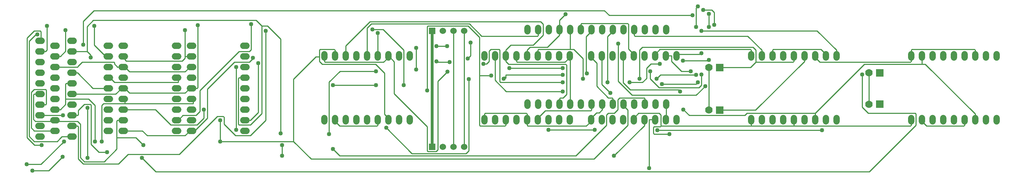
<source format=gbr>
G04 start of page 3 for group 5 idx 5 *
G04 Title: (unknown), bottom *
G04 Creator: pcb 20110918 *
G04 CreationDate: Fri 10 Jan 2014 09:42:05 PM GMT UTC *
G04 For: vince *
G04 Format: Gerber/RS-274X *
G04 PCB-Dimensions: 1000000 160000 *
G04 PCB-Coordinate-Origin: lower left *
%MOIN*%
%FSLAX25Y25*%
%LNBOTTOM*%
%ADD32C,0.0380*%
%ADD31C,0.1250*%
%ADD30C,0.0280*%
%ADD29C,0.0350*%
%ADD28C,0.0200*%
%ADD27C,0.0400*%
%ADD26C,0.0700*%
%ADD25C,0.0001*%
%ADD24C,0.0600*%
%ADD23C,0.0250*%
%ADD22C,0.0100*%
G54D22*X813500Y93500D02*Y62750D01*
X869500Y103000D02*X819500D01*
X869500Y109500D02*Y103000D01*
X859500Y105750D02*X858750Y105000D01*
X859500Y109500D02*Y105750D01*
X819500Y103000D02*X815500D01*
X869500D02*X819500D01*
X860250Y117000D02*X859500Y116250D01*
Y112500D01*
X815500Y103000D02*X769500Y57000D01*
X813500Y62750D02*X819250Y57000D01*
X709500Y49500D02*Y45000D01*
X749500D02*X729500D01*
X709500D01*
X769500Y57000D02*Y49500D01*
X749500D02*Y45000D01*
X729500D01*
X769500Y57000D02*Y52500D01*
X863250Y57000D02*X819250D01*
X858750Y45000D02*X749500D01*
X858750Y105000D02*X774000D01*
X759500Y105750D02*X713750Y60000D01*
X748750Y105000D02*X714000D01*
X769500Y111000D02*Y109500D01*
X774000Y105000D02*X769500Y109500D01*
X789500Y116250D02*X771250Y134500D01*
X789500Y116250D02*Y109500D01*
X775000Y117000D02*X779500Y112500D01*
X775000Y117000D02*X730250D01*
X729500Y116250D01*
X749500Y105750D02*X748750Y105000D01*
X749500Y109500D02*Y105750D01*
X729500Y116250D02*Y109500D01*
X714000D02*Y105000D01*
X719500Y116250D02*Y112500D01*
X779500D02*Y111000D01*
X919500Y56250D02*X872750Y103000D01*
X869500D01*
X919500Y49500D02*Y56250D01*
X909500Y45750D02*X908750Y45000D01*
X909500Y49500D02*Y45750D01*
X919500Y116250D02*X918750Y117000D01*
X919500Y116250D02*Y109500D01*
X864000Y56250D02*X863250Y57000D01*
X864000Y56250D02*Y45750D01*
X859500D02*X858750Y45000D01*
X859500Y49500D02*Y45750D01*
X869500Y51000D02*Y49500D01*
X874000Y45000D02*X869500Y49500D01*
X908750Y45000D02*X874000D01*
X918750Y117000D02*X860250D01*
X714000Y109500D02*Y105000D01*
Y116250D02*Y109500D01*
X709500Y116250D02*X708750Y117000D01*
X709500Y116250D02*Y109500D01*
X706250Y129500D02*X719500Y116250D01*
X623250Y81000D02*X615000Y89250D01*
X658000Y74000D02*X598000D01*
X611500Y89750D02*X607750Y86000D01*
X609250Y71500D02*X610000Y70750D01*
X615750Y103500D02*X611500Y99250D01*
X624000Y103500D02*X615750D01*
X635000Y105750D02*X644250Y96500D01*
X611500Y99250D02*Y89750D01*
X615000Y89250D02*Y96500D01*
X605000Y116250D02*Y89500D01*
X672750Y154000D02*X675000Y151750D01*
X672750Y154000D02*X664500D01*
X659500Y157500D02*X658000Y156000D01*
Y138000D01*
X675000Y151750D02*Y140000D01*
X706250Y129500D02*X600750D01*
X624000Y117000D02*X619500Y112500D01*
Y111000D01*
X663000Y113500D02*X662000Y112500D01*
X639500D01*
X708750Y117000D02*X624000D01*
X711250Y119000D02*X607750D01*
X635000Y111000D02*X629500D01*
X635000D02*Y105750D01*
X623250Y81000D02*X660750D01*
X666500Y82500D02*X658000Y74000D01*
X651500Y55000D02*X646000Y60500D01*
X625000Y55250D02*X623250Y57000D01*
X660750Y81000D02*X663000Y83250D01*
X713750Y60000D02*X680000D01*
X663000Y93500D02*Y83250D01*
X659500Y86000D02*X658000Y84500D01*
X653000Y96500D02*X644250D01*
X709000Y100000D02*X680000D01*
X709500Y45000D02*X625000D01*
X703750Y55000D02*X705000Y56250D01*
X658000Y84500D02*X626000D01*
X609500Y49500D02*Y45500D01*
X610000Y70750D02*Y67000D01*
X625000Y55250D02*Y51000D01*
X630000Y52500D02*X629500D01*
X625000Y51000D02*Y45000D01*
X630000Y52500D02*X629500Y51000D01*
X630000Y49500D01*
X629500D01*
X623250Y57000D02*X604000D01*
X759500Y109500D02*Y105750D01*
X820000Y95000D02*Y65500D01*
X670000Y100000D02*Y60000D01*
X651500Y55000D02*X703750D01*
X705750Y57000D02*X705000Y56250D01*
X769500Y57000D02*X705750D01*
X864000Y45750D02*X820250Y2000D01*
X633000Y37500D02*X618750D01*
X776000Y41000D02*X621500D01*
X607750Y119000D02*X605000Y116250D01*
X714000D02*X711250Y119000D01*
X714000Y105000D02*X709000Y100000D01*
X624500Y93000D02*X621000Y89500D01*
X658000Y93000D02*X624500D01*
X771250Y134500D02*X663000D01*
X618000Y38250D02*X618750Y37500D01*
Y44500D02*X618000Y43750D01*
X624500Y44500D02*X618750D01*
X514500Y140750D02*Y130250D01*
X550000Y140750D02*Y134000D01*
X530000Y144500D02*Y137000D01*
X536500Y102250D02*X535750Y103000D01*
X536500Y102250D02*Y74750D01*
X533250Y71500D02*X530750D01*
X536500Y74750D02*X533250Y71500D01*
X555000Y129000D02*Y95000D01*
X540000Y125500D02*Y117000D01*
Y125500D02*Y117000D01*
X530000Y130250D02*X518750Y119000D01*
X543250Y117000D02*X540000D01*
X550750Y141500D02*X550000Y140750D01*
X552000Y108250D02*X543250Y117000D01*
X552000Y108250D02*Y89500D01*
X619500Y51000D02*X614000D01*
Y5500D01*
X625000Y51000D02*Y45000D01*
X624500Y44500D01*
X618000Y43750D02*Y38250D01*
X604000Y57000D02*X599500Y52500D01*
X580000Y70750D02*Y64000D01*
X599500Y52500D02*Y51000D01*
X593250Y45000D02*X577500Y29250D01*
X594000Y60000D02*Y45750D01*
X574000D02*X545250Y17000D01*
X559500Y51000D02*Y49500D01*
X555000Y45000D01*
X567250Y57500D02*X564500D01*
X575750Y57000D02*X574000Y55250D01*
X609500Y45500D02*X581000Y17000D01*
X609250Y71500D02*X586250D01*
X596250Y79000D02*X589500Y85750D01*
X579250Y71500D02*X575750D01*
X607750Y86000D02*X595500D01*
X565000Y82250D02*X575750Y71500D01*
X575000Y129000D02*Y86000D01*
X599500Y112500D02*X594500Y117500D01*
X565000Y104000D02*X559500Y109500D01*
X565000Y104000D02*Y82250D01*
X585000Y87000D02*X598000Y74000D01*
X580000Y134000D02*X575000Y129000D01*
X560000Y134000D02*X555000Y129000D01*
X600000Y134000D02*Y130250D01*
X600750Y129500D02*X600000Y130250D01*
X594500Y140750D02*Y117500D01*
X555000Y95000D02*X555500Y94500D01*
X530000Y70750D02*Y67000D01*
X564500Y57500D02*X559500Y52500D01*
X570000Y60250D02*X567250Y57500D01*
X530750Y71500D02*X530000Y70750D01*
X559250Y59500D02*X516500D01*
X580000Y70750D02*X579250Y71500D01*
X584500Y60250D02*X581250Y57000D01*
X586250Y71500D02*X584500Y69750D01*
X352250Y143000D02*X329500Y120250D01*
X359500Y132250D02*Y109500D01*
X349500Y137000D02*Y109500D01*
X329500Y112500D02*Y111000D01*
X353500Y141000D02*X349500Y137000D01*
X329500Y120250D02*Y112500D01*
X384000Y116250D02*X364500Y135750D01*
X375000Y105500D02*X369500Y111000D01*
Y109500D01*
X365000Y105000D01*
X364500Y135750D02*X354500D01*
X245750Y144250D02*X251000Y139000D01*
X256250D02*X268500Y126750D01*
X256250Y139000D02*X251000D01*
X177000Y55000D02*X172500Y50500D01*
X94500Y64500D02*Y30500D01*
X193000Y58750D02*X189250Y55000D01*
X200000Y52500D02*X188000Y40500D01*
X229750Y115000D02*X193000Y78250D01*
X241000Y116750D02*X239250Y115000D01*
X247500Y57750D02*X240250Y50500D01*
X251000Y56750D02*X240250Y46000D01*
X254500Y50250D02*X240250Y36000D01*
X445500Y141000D02*X353500D01*
X444250Y139000D02*X406750D01*
X245750Y144250D02*X93000D01*
X179000Y123375D02*Y110500D01*
Y108750D02*X176250Y106000D01*
X179000Y135000D02*Y123375D01*
Y110500D02*Y108750D01*
X186500Y110500D02*X179000D01*
X176250Y106000D02*X124000D01*
X94000Y121000D02*X102500Y112500D01*
X305000Y110000D02*X301750D01*
X305000Y116250D02*Y110000D01*
X305750Y117000D02*X305000Y116250D01*
X318750Y117000D02*X305750D01*
X314000Y86250D02*Y37500D01*
X319500Y116250D02*X318750Y117000D01*
X319500Y116250D02*Y109500D01*
X309500D02*Y105750D01*
X310250Y105000D02*X309500Y105750D01*
X324000Y17000D02*X317500Y23500D01*
X367500Y43500D02*Y43250D01*
X358000Y96500D02*X324250D01*
X357750Y103000D02*X366000Y94750D01*
X324000Y45000D02*X319500Y49500D01*
X358750Y45000D02*X324000D01*
X366000Y94750D02*Y56000D01*
X358000Y83500D02*X317500D01*
X357750Y103000D02*X307750D01*
X365000Y105000D02*X310250D01*
X307750Y103000D02*X305000Y105750D01*
X301750Y110000D02*X280750Y89000D01*
X324250Y96500D02*X314000Y86250D01*
X384000Y116250D02*Y83500D01*
X375000Y105500D02*Y75250D01*
X425000Y96000D02*X416000Y87000D01*
X428250Y105000D02*X427000D01*
X406000Y138250D02*Y78500D01*
X414750Y105750D02*Y105000D01*
Y105750D02*Y105000D01*
Y105750D02*Y105000D01*
X427000D02*X414750D01*
X369500Y52500D02*X366000Y56000D01*
X406000Y44250D02*X393250Y57000D01*
X375000Y75250D02*X393250Y57000D01*
X391750Y19000D02*X367500Y43250D01*
X445000Y21750D02*X442250Y19000D01*
X416000Y87000D02*Y22750D01*
X414250Y21000D02*X406750D01*
X406000Y21750D02*X406750Y21000D01*
X31000Y127750D02*Y34000D01*
X33000Y124750D02*Y35250D01*
X37750Y75000D02*X37000Y74250D01*
X37750Y79500D02*X35000Y76750D01*
X39250Y131000D02*X33000Y124750D01*
X67750Y85000D02*X67000Y84250D01*
X74500Y85000D02*X67750D01*
X67000Y84250D02*Y77750D01*
X62250Y60500D02*X58500D01*
X79000Y55750D02*X78250Y55000D01*
X84750Y65500D02*X79000Y59750D01*
X58500Y100500D02*X57000D01*
X62250Y110500D02*X58500D01*
X48250Y115000D02*X44500D01*
X48250Y79500D02*X37750D01*
X78250Y95000D02*X79000Y94250D01*
X78250Y95000D02*X74500D01*
X80875Y115000D02*X74500D01*
X87250D02*X80875D01*
X79000Y101250D02*X78250Y100500D01*
X82750Y105000D02*X79000Y101250D01*
X37750Y134500D02*X31000Y127750D01*
X44000Y133750D02*Y125000D01*
X106000Y20500D02*X98250D01*
X90250Y65500D02*X91000Y64750D01*
X90250Y65500D02*X84750D01*
X79000Y59750D02*Y55750D01*
X78250Y55000D02*X74500D01*
X78250Y45000D02*X79000Y44250D01*
X78250Y45000D02*X74500D01*
X91000Y64750D02*Y27750D01*
X98250Y20500D02*X91000Y27750D01*
X125500Y18500D02*X116500Y9500D01*
X83500D01*
X103250Y11500D02*X84750D01*
X88500Y70500D02*X94500Y64500D01*
X102750Y66000D02*X101000Y64250D01*
X122500Y66000D02*X111750D01*
X122500Y70500D02*Y66000D01*
X105500Y80500D02*X92750D01*
X108500Y90500D02*X113000Y86000D01*
X90500Y111750D02*X87250Y115000D01*
X93750Y153500D02*X83750Y143500D01*
X115000Y23250D02*X103250Y11500D01*
X93000Y144250D02*X87250Y138500D01*
X44500Y27000D02*X38000D01*
X36000Y3000D02*X51250D01*
X64250Y16000D01*
X65500Y30500D02*X44000Y9000D01*
X30500D01*
X87500Y62000D02*Y15000D01*
X71250Y49500D02*X61500D01*
X58500D01*
X64250Y16000D02*Y15250D01*
X62000Y33250D02*X59250Y30500D01*
X63750Y35000D02*X62000Y33250D01*
X71500Y35000D02*X63750D01*
X81000Y46750D02*Y15250D01*
X84750Y11500D02*X81000Y15250D01*
X83500Y9500D02*X79000Y14000D01*
X59250Y30500D02*X37750D01*
X79000Y44250D02*Y14000D01*
X88500Y70500D02*X67000D01*
Y77750D02*Y70500D01*
Y65250D02*X62250Y60500D01*
X67000Y77750D02*Y70500D01*
Y65250D01*
X58500Y49500D02*X38750D01*
X49000Y65750D02*X48250Y65000D01*
X37000Y51250D02*X38750Y49500D01*
X35000Y76750D02*Y43250D01*
X37750Y40500D02*X35000Y43250D01*
X37000Y74250D02*Y51250D01*
X33000Y35250D02*X37750Y30500D01*
X31000Y34000D02*X38000Y27000D01*
X43250Y134500D02*X44000Y133750D01*
X43250Y134500D02*X37750D01*
X40500Y131000D02*X39250D01*
X49500Y139000D02*Y116250D01*
X67000Y135000D02*Y115250D01*
X87250Y138500D02*Y115000D01*
X94000Y139000D02*Y121000D01*
X87250Y115000D02*X80875D01*
X49500Y116250D02*X48250Y115000D01*
X67000Y115250D02*X62250Y110500D01*
X83750Y143500D02*Y121500D01*
X90500Y111750D02*Y109500D01*
X108500Y112500D02*X102500D01*
X108500D02*Y110500D01*
X122500D02*Y107500D01*
X119500Y100500D02*X115750D01*
X78250D02*X58500D01*
X183500D02*X179000Y96000D01*
X127000D01*
X112250Y105000D02*X113000Y104250D01*
X112250Y105000D02*X82750D01*
X183500Y40500D02*X179000Y36000D01*
X143500D01*
X139000Y40500D02*X143500Y36000D01*
X122500Y40500D02*X139000D01*
X200000Y79750D02*Y52500D01*
X188000Y40500D02*X186500D01*
X71250Y49500D02*X61500D01*
X78250D02*X81000Y46750D01*
X78250Y49500D02*X71250D01*
X115750Y50500D02*X115000Y49750D01*
X122500Y50500D02*X115750D01*
X44500Y75000D02*X37750D01*
X49000Y78750D02*X48250Y79500D01*
X49000Y78750D02*Y65750D01*
X48250Y65000D02*X44500D01*
X61500Y49500D02*X58500D01*
Y50500D02*Y49500D01*
X55500Y40500D02*X37750D01*
X64500Y55000D02*X44500D01*
X58500Y49500D02*Y50500D01*
X57000D01*
X193000Y78250D02*Y58750D01*
X183500Y80500D02*X179000Y76000D01*
X190250Y80500D02*X186500D01*
Y70500D02*Y66000D01*
X247500Y104000D02*Y57750D01*
X240250Y50500D02*X236500D01*
X241000Y140750D02*Y116750D01*
X239250Y115000D02*X229750D01*
X202000Y46750D02*X173750Y18500D01*
X191000Y139750D02*Y81250D01*
X196500Y52250D02*X190250Y46000D01*
X196500Y60500D02*Y52250D01*
X172500Y90500D02*Y86000D01*
X173750Y18500D02*X125500D01*
X115000Y34000D02*Y23250D01*
X133000Y34000D02*X140000Y27000D01*
X133000Y34000D02*X115000D01*
X179000Y76000D02*X127000D01*
X165000Y46750D02*X151250Y60500D01*
X172500Y86000D02*X113000D01*
X186500Y66000D02*X122500D01*
X119500Y80500D02*X114000Y75000D01*
X74500D01*
X115000Y42250D02*Y34000D01*
X92750Y80500D02*X79000Y94250D01*
X240250Y36000D02*X226250D01*
X240250Y46000D02*X229750D01*
X214750Y54000D02*X215500Y53250D01*
X214750Y54000D02*X209250D01*
X202000Y46750D01*
X215500Y53250D02*Y46750D01*
X226250Y36000D02*X215500Y46750D01*
X254500Y134500D02*Y50250D01*
X251000Y139000D02*Y56750D01*
X229750Y90500D02*X229000Y89750D01*
X236500Y90500D02*X229750D01*
X242500Y109000D02*Y108250D01*
X239250Y105000D01*
X227000Y100500D02*Y41500D01*
X239250Y105000D02*X225250D01*
X200000Y79750D01*
X229000Y89750D02*Y46750D01*
X229750Y46000D02*X229000Y46750D01*
X268500Y126750D02*Y38000D01*
X111750Y66000D02*X102750D01*
X122500D02*X111750D01*
X115000Y49750D02*Y42250D01*
X151250Y60500D02*X122500D01*
X127000Y96000D02*X122500Y100500D01*
X113000Y104250D02*Y103250D01*
X115750Y100500D02*X113000Y103250D01*
X124000Y106000D02*X122500Y107500D01*
X127000Y76000D02*X122500Y80500D01*
X101000Y64250D02*Y30500D01*
X190250Y46000D02*X165750D01*
X191000Y81250D02*X190250Y80500D01*
X165000Y46750D02*X165750Y46000D01*
G54D23*X410500Y134500D02*Y25500D01*
G54D22*X430500Y134500D02*Y25500D01*
X440500Y134500D02*Y25500D01*
X442250Y19000D02*X391750D01*
X406000Y44250D02*Y21750D01*
X406750Y139000D02*X406000Y138250D01*
X416000Y22750D02*X414250Y21000D01*
X473250Y117000D02*X474000Y116250D01*
X473250Y117000D02*X465750D01*
X464000Y115250D02*Y105750D01*
X461750Y103500D02*X458500D01*
X464000Y105750D02*X461750Y103500D01*
X465750Y117000D02*X464000Y115250D01*
X445000Y89000D02*Y21750D01*
X455000Y128250D02*X444250Y139000D01*
X455000Y128250D02*Y92500D01*
Y45750D01*
X455750Y45000D02*X455000Y45750D01*
X459500Y56250D02*Y49500D01*
X466000Y92500D02*X455000D01*
X460250Y57000D02*X459500Y56250D01*
X446500Y111000D02*X444000Y108500D01*
X474000Y116250D02*Y86750D01*
X514500Y140750D02*X512250Y143000D01*
X593750Y141500D02*X594500Y140750D01*
X593750Y141500D02*X550750D01*
X510000Y134000D02*Y130250D01*
X540000Y134000D02*Y125500D01*
X530000Y134000D02*Y130250D01*
X585000Y122500D02*Y87000D01*
X569500Y111000D02*Y109500D01*
X535500Y150000D02*X530000Y144500D01*
X540000Y117000D02*X510250D01*
X510000Y130250D02*X509250Y129500D01*
X509500Y116250D02*Y109500D01*
X518750Y119000D02*X502250D01*
X499500Y116250D02*Y109500D01*
X533000Y99500D02*X483000D01*
X502250Y119000D02*X499500Y116250D01*
X510250Y117000D02*X509500Y116250D01*
X514500Y130250D02*X505250Y121000D01*
X535750Y103000D02*X482250D01*
X533000Y93000D02*X479500D01*
X584500Y69750D02*Y60250D01*
X581250Y57000D02*X575750D01*
X574000Y55250D02*Y45750D01*
X577500Y76000D02*X569500Y84000D01*
X594000Y45750D02*X593250Y45000D01*
X590000Y64000D02*X594000Y60000D01*
X563000Y41500D02*X519500D01*
X499500Y56250D02*Y52500D01*
X480000Y77500D02*X533000D01*
X446500Y123500D02*Y111000D01*
X509250Y129500D02*X457000D01*
X484250Y121000D02*X479500Y116250D01*
X445500Y141000D02*X457000Y129500D01*
X479500Y105750D02*X482250Y103000D01*
X469500Y88000D02*X480000Y77500D01*
X474750Y86000D02*X474000Y86750D01*
X469500Y88000D02*Y109500D01*
X479500Y91000D02*X477500Y89500D01*
Y90000D02*X479500D01*
X477500D02*X479500D01*
X477500D01*
X479500Y91000D02*Y90000D01*
X477500Y89500D02*Y90000D01*
Y89500D02*Y90000D01*
Y89500D02*Y90000D01*
X479500Y93000D02*Y91000D01*
X477500D02*X479500D01*
X477500Y90000D02*Y89500D01*
Y90000D02*Y91000D01*
X189250Y55000D02*X177000D01*
X212000Y30500D02*Y50500D01*
X102500Y112500D02*X104500Y110500D01*
X105500D01*
X108500Y112500D02*Y110500D01*
X428250Y105000D02*X427000D01*
X424750Y120000D02*X414750D01*
X395500Y118500D02*Y98000D01*
X572000Y153500D02*X93750D01*
X569500Y109500D02*Y84000D01*
X512250Y143000D02*X352250D01*
X319500Y51000D02*Y49500D01*
X359500Y45750D02*X358750Y45000D01*
X359500Y49500D02*Y45750D01*
X280750Y89000D02*Y30500D01*
X188000Y40500D02*X186500D01*
X185000D01*
X115000Y42250D02*Y34000D01*
X280750Y30500D02*X212000D01*
X108500Y110500D02*X107000D01*
X122500Y107500D02*Y110500D01*
X121000D01*
X305000Y110000D02*Y105750D01*
X179000Y123375D02*Y110500D01*
X479500Y109500D02*Y105750D01*
X505250Y121000D02*X484250D01*
X479500Y116250D02*Y109500D01*
X489500D02*Y105750D01*
X533000Y86000D02*X474750D01*
X490250Y105000D02*X489500Y105750D01*
X535000Y105000D02*X490250D01*
X820250Y2000D02*X151500D01*
X270000Y27000D02*Y17000D01*
X545250D02*X324000D01*
X280750Y30500D02*X297250Y14000D01*
X577500Y29250D02*X562250Y14000D01*
X151500Y2000D02*X138500Y15000D01*
X562250Y14000D02*X297250D01*
X570000Y64000D02*Y60250D01*
X516500Y59500D02*X509500Y52500D01*
X560000Y60250D02*X559250Y59500D01*
X560000Y64000D02*Y60250D01*
X539500Y111000D02*Y109500D01*
X535000Y105000D01*
X540000Y109000D02*X539500Y109500D01*
X540000Y109000D02*Y64000D01*
X572000Y153500D02*X576500Y149000D01*
X654500D02*X576500D01*
X670000Y150500D02*Y138000D01*
Y107000D02*X669500Y106500D01*
X645500D01*
X641500Y79000D02*X643000Y77500D01*
X630000Y64000D02*Y52500D01*
X641500Y79000D02*X596250D01*
X589500Y85750D02*Y109500D01*
X498750Y57000D02*X460250D01*
X479500Y45750D02*X478750Y45000D01*
X479500Y49500D02*Y45750D01*
X478750Y45000D02*X455750D01*
X509500Y52500D02*Y51000D01*
X498750Y57000D02*X499500Y56250D01*
Y49500D02*Y45750D01*
X500250Y45000D02*X499500Y45750D01*
X555000Y45000D02*X500250D01*
G54D24*X121000Y120500D03*
Y110500D03*
Y100500D03*
Y90500D03*
Y80500D03*
Y70500D03*
Y60500D03*
X171000D03*
X121000Y50500D03*
X171000D03*
X121000Y40500D03*
X171000D03*
Y70500D03*
Y80500D03*
Y90500D03*
Y100500D03*
Y110500D03*
Y120500D03*
X185000D03*
Y110500D03*
Y100500D03*
Y90500D03*
Y80500D03*
Y70500D03*
Y60500D03*
Y50500D03*
Y40500D03*
X235000Y110500D03*
Y120500D03*
X57000D03*
X107000D03*
G54D25*G36*
X826500Y69000D02*Y62000D01*
X833500D01*
Y69000D01*
X826500D01*
G37*
G54D26*X820000Y65500D03*
G54D24*X859500Y51000D03*
X869500D03*
X879500D03*
X889500D03*
X899500D03*
X909500D03*
X919500D03*
X929500D03*
X939500D03*
Y111000D03*
X929500D03*
X919500D03*
X909500D03*
X899500D03*
X889500D03*
X879500D03*
X869500D03*
X859500D03*
X709500Y51000D03*
X719500D03*
X729500D03*
X739500D03*
X749500D03*
X759500D03*
X769500D03*
X779500D03*
X789500D03*
G54D25*G36*
X676500Y63500D02*Y56500D01*
X683500D01*
Y63500D01*
X676500D01*
G37*
G54D26*X670000Y60000D03*
G54D24*X789500Y111000D03*
G54D25*G36*
X826500Y98500D02*Y91500D01*
X833500D01*
Y98500D01*
X826500D01*
G37*
G54D26*X820000Y95000D03*
G54D24*X779500Y111000D03*
X769500D03*
X759500D03*
X749500D03*
X739500D03*
X729500D03*
X719500D03*
X709500D03*
G54D25*G36*
X676500Y103500D02*Y96500D01*
X683500D01*
Y103500D01*
X676500D01*
G37*
G54D26*X670000Y100000D03*
G54D24*X309500Y51000D03*
X319500D03*
X329500D03*
X339500D03*
X349500D03*
X359500D03*
X369500D03*
X379500D03*
X389500D03*
G54D25*G36*
X407500Y28500D02*Y22500D01*
X413500D01*
Y28500D01*
X407500D01*
G37*
G54D24*X420500Y25500D03*
X430500D03*
X440500D03*
X235000Y40500D03*
Y50500D03*
Y60500D03*
Y70500D03*
Y80500D03*
Y90500D03*
Y100500D03*
X389500Y111000D03*
X379500D03*
X369500D03*
X359500D03*
X349500D03*
X339500D03*
X329500D03*
X319500D03*
X309500D03*
X57000Y110500D03*
Y100500D03*
Y90500D03*
Y80500D03*
Y70500D03*
Y60500D03*
Y50500D03*
Y40500D03*
X43000Y35000D03*
Y45000D03*
Y55000D03*
Y65000D03*
Y75000D03*
Y85000D03*
Y95000D03*
Y105000D03*
Y115000D03*
Y125000D03*
X107000Y40500D03*
Y50500D03*
Y60500D03*
Y70500D03*
Y80500D03*
Y90500D03*
Y100500D03*
Y110500D03*
X73000Y125000D03*
Y115000D03*
Y105000D03*
Y95000D03*
Y85000D03*
Y75000D03*
Y65000D03*
Y55000D03*
Y45000D03*
Y35000D03*
G54D25*G36*
X407500Y137500D02*Y131500D01*
X413500D01*
Y137500D01*
X407500D01*
G37*
G54D24*X420500Y134500D03*
X430500D03*
X440500D03*
X500000Y135500D03*
X510000D03*
X520000D03*
X530000D03*
X540000D03*
X550000D03*
X560000D03*
X570000D03*
X580000D03*
X590000D03*
X600000D03*
X610000D03*
X620000D03*
X630000D03*
X639500Y111000D03*
X629500D03*
X619500D03*
X630000Y65500D03*
X620000D03*
X610000D03*
X600000D03*
X590000D03*
X580000D03*
X570000D03*
X569500Y51000D03*
X579500D03*
X560000Y65500D03*
X559500Y51000D03*
X589500D03*
X599500D03*
X609500D03*
X619500D03*
X629500D03*
X639500D03*
X550000Y65500D03*
X540000D03*
X530000D03*
X520000D03*
X510000D03*
X500000D03*
X459500Y51000D03*
X469500D03*
X479500D03*
X489500D03*
X499500D03*
X509500D03*
X519500D03*
X529500D03*
X539500D03*
X609500Y111000D03*
X599500D03*
X589500D03*
X579500D03*
X569500D03*
X559500D03*
X539500D03*
X529500D03*
X519500D03*
X509500D03*
X499500D03*
X489500D03*
X479500D03*
X469500D03*
X459500D03*
X119500Y60500D02*X122500D01*
X119500Y50500D02*X122500D01*
X119500Y40500D02*X122500D01*
X105500D02*X108500D01*
X105500Y50500D02*X108500D01*
X119500Y100500D02*X122500D01*
X119500Y90500D02*X122500D01*
X119500Y120500D02*X122500D01*
X119500Y110500D02*X122500D01*
X119500Y80500D02*X122500D01*
X119500Y70500D02*X122500D01*
X105500Y60500D02*X108500D01*
X105500Y70500D02*X108500D01*
X105500Y80500D02*X108500D01*
X105500Y90500D02*X108500D01*
X105500Y100500D02*X108500D01*
X105500Y110500D02*X108500D01*
X105500Y120500D02*X108500D01*
X309500Y52500D02*Y49500D01*
X319500Y52500D02*Y49500D01*
X329500Y52500D02*Y49500D01*
X339500Y52500D02*Y49500D01*
X349500Y52500D02*Y49500D01*
X359500Y52500D02*Y49500D01*
X369500Y52500D02*Y49500D01*
X379500Y52500D02*Y49500D01*
X389500Y52500D02*Y49500D01*
Y112500D02*Y109500D01*
X379500Y112500D02*Y109500D01*
X369500Y112500D02*Y109500D01*
X359500Y112500D02*Y109500D01*
X349500Y112500D02*Y109500D01*
X339500Y112500D02*Y109500D01*
X329500Y112500D02*Y109500D01*
X319500Y112500D02*Y109500D01*
X309500Y112500D02*Y109500D01*
X169500Y40500D02*X172500D01*
X169500Y50500D02*X172500D01*
X169500Y60500D02*X172500D01*
X169500Y90500D02*X172500D01*
X169500Y100500D02*X172500D01*
X169500Y110500D02*X172500D01*
X183500D02*X186500D01*
X169500Y120500D02*X172500D01*
X183500D02*X186500D01*
X183500Y100500D02*X186500D01*
X183500Y90500D02*X186500D01*
X169500Y70500D02*X172500D01*
X169500Y80500D02*X172500D01*
X183500D02*X186500D01*
X183500Y70500D02*X186500D01*
X183500Y60500D02*X186500D01*
X183500Y50500D02*X186500D01*
X183500Y40500D02*X186500D01*
X233500D02*X236500D01*
X233500Y50500D02*X236500D01*
X233500Y60500D02*X236500D01*
X233500Y70500D02*X236500D01*
X233500Y80500D02*X236500D01*
X233500Y90500D02*X236500D01*
X233500Y100500D02*X236500D01*
X233500Y110500D02*X236500D01*
X233500Y120500D02*X236500D01*
X55500D02*X58500D01*
X55500Y110500D02*X58500D01*
X71500Y125000D02*X74500D01*
X71500Y115000D02*X74500D01*
X55500Y80500D02*X58500D01*
X55500Y70500D02*X58500D01*
X55500Y60500D02*X58500D01*
X55500Y50500D02*X58500D01*
X55500Y40500D02*X58500D01*
X41500Y35000D02*X44500D01*
X41500Y45000D02*X44500D01*
X41500Y55000D02*X44500D01*
X41500Y65000D02*X44500D01*
X41500Y75000D02*X44500D01*
X41500Y85000D02*X44500D01*
X41500Y95000D02*X44500D01*
X41500Y105000D02*X44500D01*
X41500Y115000D02*X44500D01*
X41500Y125000D02*X44500D01*
X55500Y100500D02*X58500D01*
X55500Y90500D02*X58500D01*
X71500Y105000D02*X74500D01*
X71500Y95000D02*X74500D01*
X71500Y85000D02*X74500D01*
X71500Y75000D02*X74500D01*
X71500Y65000D02*X74500D01*
X71500Y55000D02*X74500D01*
X71500Y45000D02*X74500D01*
X71500Y35000D02*X74500D01*
X859500Y52500D02*Y49500D01*
X869500Y52500D02*Y49500D01*
X879500Y52500D02*Y49500D01*
X889500Y52500D02*Y49500D01*
X899500Y52500D02*Y49500D01*
X909500Y52500D02*Y49500D01*
X919500Y52500D02*Y49500D01*
X929500Y52500D02*Y49500D01*
X939500Y52500D02*Y49500D01*
Y112500D02*Y109500D01*
X929500Y112500D02*Y109500D01*
X919500Y112500D02*Y109500D01*
X909500Y112500D02*Y109500D01*
X899500Y112500D02*Y109500D01*
X889500Y112500D02*Y109500D01*
X879500Y112500D02*Y109500D01*
X869500Y112500D02*Y109500D01*
X709500Y52500D02*Y49500D01*
X719500Y52500D02*Y49500D01*
X729500Y52500D02*Y49500D01*
X739500Y52500D02*Y49500D01*
X749500Y52500D02*Y49500D01*
X759500Y52500D02*Y49500D01*
X769500Y52500D02*Y49500D01*
X779500Y52500D02*Y49500D01*
X789500Y52500D02*Y49500D01*
X859500Y112500D02*Y109500D01*
X789500Y112500D02*Y109500D01*
X779500Y112500D02*Y109500D01*
X769500Y112500D02*Y109500D01*
X759500Y112500D02*Y109500D01*
X749500Y112500D02*Y109500D01*
X739500Y112500D02*Y109500D01*
X729500Y112500D02*Y109500D01*
X719500Y112500D02*Y109500D01*
X709500Y112500D02*Y109500D01*
X500000Y137000D02*Y134000D01*
X510000Y137000D02*Y134000D01*
X520000Y137000D02*Y134000D01*
X530000Y137000D02*Y134000D01*
X540000Y67000D02*Y64000D01*
X530000Y67000D02*Y64000D01*
X520000Y67000D02*Y64000D01*
X500000Y67000D02*Y64000D01*
X459500Y52500D02*Y49500D01*
X469500Y52500D02*Y49500D01*
X479500Y52500D02*Y49500D01*
X489500Y52500D02*Y49500D01*
X499500Y52500D02*Y49500D01*
X510000Y67000D02*Y64000D01*
X509500Y52500D02*Y49500D01*
X519500Y52500D02*Y49500D01*
X529500Y52500D02*Y49500D01*
X539500Y52500D02*Y49500D01*
Y112500D02*Y109500D01*
X529500Y112500D02*Y109500D01*
X519500Y112500D02*Y109500D01*
X509500Y112500D02*Y109500D01*
X499500Y112500D02*Y109500D01*
X489500Y112500D02*Y109500D01*
X479500Y112500D02*Y109500D01*
X469500Y112500D02*Y109500D01*
X459500Y112500D02*Y109500D01*
X540000Y137000D02*Y134000D01*
X550000Y137000D02*Y134000D01*
X560000Y137000D02*Y134000D01*
X570000Y137000D02*Y134000D01*
X580000Y137000D02*Y134000D01*
X590000Y137000D02*Y134000D01*
X600000Y137000D02*Y134000D01*
X610000Y137000D02*Y134000D01*
X620000Y137000D02*Y134000D01*
X630000Y137000D02*Y134000D01*
Y67000D02*Y64000D01*
X620000Y67000D02*Y64000D01*
X610000Y67000D02*Y64000D01*
X600000Y67000D02*Y64000D01*
X590000Y67000D02*Y64000D01*
X580000Y67000D02*Y64000D01*
X570000Y67000D02*Y64000D01*
X560000Y67000D02*Y64000D01*
X550000Y67000D02*Y64000D01*
X559500Y52500D02*Y49500D01*
X569500Y52500D02*Y49500D01*
X579500Y52500D02*Y49500D01*
X589500Y52500D02*Y49500D01*
X599500Y52500D02*Y49500D01*
X609500Y52500D02*Y49500D01*
X619500Y52500D02*Y49500D01*
X629500Y52500D02*Y49500D01*
X639500Y52500D02*Y49500D01*
Y112500D02*Y109500D01*
X629500Y112500D02*Y109500D01*
X619500Y112500D02*Y109500D01*
X609500Y112500D02*Y109500D01*
X599500Y112500D02*Y109500D01*
X589500Y112500D02*Y109500D01*
X579500Y112500D02*Y109500D01*
X569500Y112500D02*Y109500D01*
X559500Y112500D02*Y109500D01*
G54D27*X44500Y27000D03*
X65500Y30500D03*
X40500Y131000D03*
X49500Y139000D03*
X67000Y135000D03*
X64500Y55000D03*
X64250Y16000D03*
X36000Y3000D03*
X30500Y9000D03*
X458500Y103500D03*
X445000Y89000D03*
X446500Y123500D03*
X444000Y108500D03*
X427000Y105000D03*
X424750Y120000D03*
X414750D03*
X425000Y96000D03*
X414750Y105750D03*
X317500Y23500D03*
X519500Y41500D03*
X477500Y89500D03*
X483000Y99500D03*
X466000Y92500D03*
X406000Y78500D03*
X247500Y104000D03*
X241000Y140750D03*
X227000Y100500D03*
X242500Y109000D03*
X254500Y134500D03*
X270000Y17000D03*
Y27000D03*
X268500Y38000D03*
X191000Y139750D03*
X179000Y135000D03*
X196500Y60500D03*
X227000Y41500D03*
X212000Y50500D03*
Y30500D03*
X138500Y15000D03*
X140000Y27000D03*
X90500Y109500D03*
X94000Y139000D03*
X87500Y15000D03*
Y62000D03*
X106000Y20500D03*
X94500Y30500D03*
X101000D03*
X83750Y121500D03*
X367500Y43500D03*
X358000Y96500D03*
X314000Y37500D03*
X358000Y83500D03*
X317500D03*
X354500Y135750D03*
X384000Y83500D03*
X395500Y118500D03*
Y98000D03*
X359500Y132250D03*
X575000Y86000D03*
X555500Y94500D03*
X585000Y122500D03*
X533000Y86000D03*
X552000Y89500D03*
X535500Y150000D03*
X533000Y99500D03*
Y93000D03*
X595500Y86000D03*
X533000Y77500D03*
X615000Y96500D03*
X605000Y89500D03*
X626000Y84500D03*
X621000Y89500D03*
X666500Y82500D03*
X659500Y86000D03*
X658000Y93000D03*
X646000Y60500D03*
X653000Y96500D03*
X645500Y106500D03*
X643000Y77500D03*
X624000Y103500D03*
X614000Y5500D03*
X633000Y37500D03*
X581000Y17000D03*
X621500Y41000D03*
X563000Y41500D03*
X577500Y76000D03*
X663000Y93500D03*
X813500D03*
X675000Y140000D03*
X658000Y138000D03*
X670000Y150500D03*
Y138000D03*
X664500Y154000D03*
X663000Y113500D03*
Y134500D03*
X659500Y157500D03*
X654500Y149000D03*
X670000Y107000D03*
X776000Y41000D03*
G54D28*G54D29*G54D30*G54D29*G54D31*G54D29*G54D31*G54D29*G54D30*G54D29*G54D30*G54D29*G54D30*G54D29*G54D32*G54D29*G54D31*G54D29*G54D31*G54D29*G54D32*G54D29*M02*

</source>
